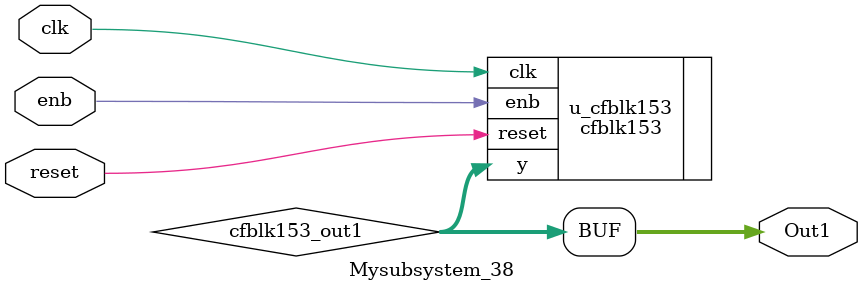
<source format=v>



`timescale 1 ns / 1 ns

module Mysubsystem_38
          (clk,
           reset,
           enb,
           Out1);


  input   clk;
  input   reset;
  input   enb;
  output  [7:0] Out1;  // uint8


  wire [7:0] cfblk153_out1;  // uint8


  cfblk153 u_cfblk153 (.clk(clk),
                       .reset(reset),
                       .enb(enb),
                       .y(cfblk153_out1)  // uint8
                       );

  assign Out1 = cfblk153_out1;

endmodule  // Mysubsystem_38


</source>
